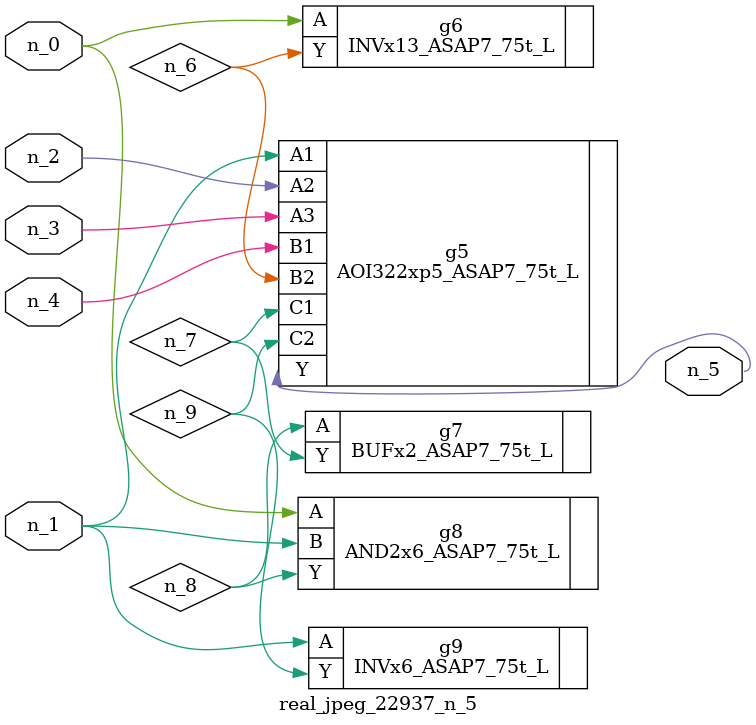
<source format=v>
module real_jpeg_22937_n_5 (n_4, n_0, n_1, n_2, n_3, n_5);

input n_4;
input n_0;
input n_1;
input n_2;
input n_3;

output n_5;

wire n_8;
wire n_6;
wire n_7;
wire n_9;

INVx13_ASAP7_75t_L g6 ( 
.A(n_0),
.Y(n_6)
);

AND2x6_ASAP7_75t_L g8 ( 
.A(n_0),
.B(n_1),
.Y(n_8)
);

AOI322xp5_ASAP7_75t_L g5 ( 
.A1(n_1),
.A2(n_2),
.A3(n_3),
.B1(n_4),
.B2(n_6),
.C1(n_7),
.C2(n_9),
.Y(n_5)
);

INVx6_ASAP7_75t_L g9 ( 
.A(n_1),
.Y(n_9)
);

BUFx2_ASAP7_75t_L g7 ( 
.A(n_8),
.Y(n_7)
);


endmodule
</source>
